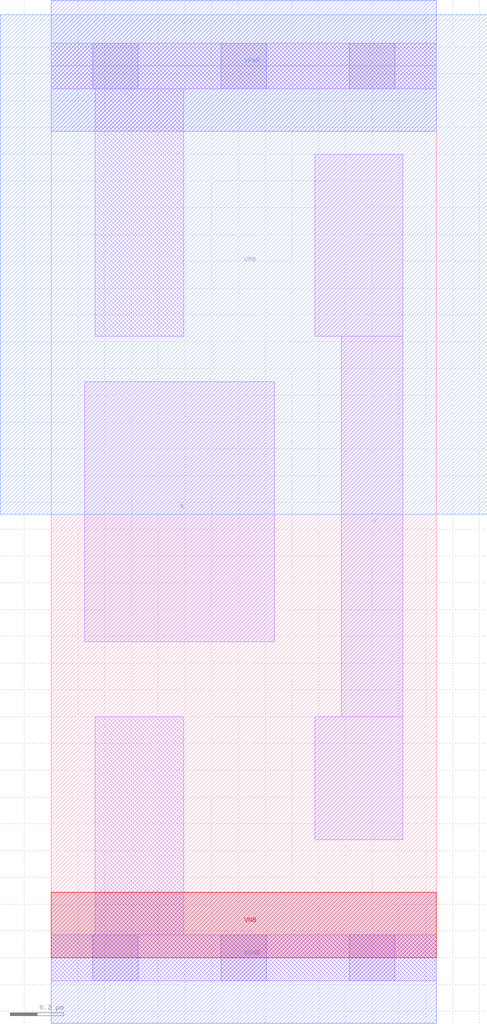
<source format=lef>
# Copyright 2020 The SkyWater PDK Authors
#
# Licensed under the Apache License, Version 2.0 (the "License");
# you may not use this file except in compliance with the License.
# You may obtain a copy of the License at
#
#     https://www.apache.org/licenses/LICENSE-2.0
#
# Unless required by applicable law or agreed to in writing, software
# distributed under the License is distributed on an "AS IS" BASIS,
# WITHOUT WARRANTIES OR CONDITIONS OF ANY KIND, either express or implied.
# See the License for the specific language governing permissions and
# limitations under the License.
#
# SPDX-License-Identifier: Apache-2.0

VERSION 5.7 ;
  NOWIREEXTENSIONATPIN ON ;
  DIVIDERCHAR "/" ;
  BUSBITCHARS "[]" ;
MACRO sky130_fd_sc_lp__invlp_0
  CLASS CORE ;
  FOREIGN sky130_fd_sc_lp__invlp_0 ;
  ORIGIN  0.000000  0.000000 ;
  SIZE  1.440000 BY  3.330000 ;
  SYMMETRY X Y R90 ;
  SITE unit ;
  PIN A
    ANTENNAGATEAREA  0.318000 ;
    DIRECTION INPUT ;
    USE SIGNAL ;
    PORT
      LAYER li1 ;
        RECT 0.125000 1.180000 0.835000 2.150000 ;
    END
  END A
  PIN Y
    ANTENNADIFFAREA  0.302100 ;
    DIRECTION OUTPUT ;
    USE SIGNAL ;
    PORT
      LAYER li1 ;
        RECT 0.985000 0.440000 1.315000 0.900000 ;
        RECT 0.985000 2.320000 1.315000 3.000000 ;
        RECT 1.085000 0.900000 1.315000 2.320000 ;
    END
  END Y
  PIN VGND
    DIRECTION INOUT ;
    USE GROUND ;
    PORT
      LAYER met1 ;
        RECT 0.000000 -0.245000 1.440000 0.245000 ;
    END
  END VGND
  PIN VNB
    DIRECTION INOUT ;
    USE GROUND ;
    PORT
      LAYER pwell ;
        RECT 0.000000 0.000000 1.440000 0.245000 ;
    END
  END VNB
  PIN VPB
    DIRECTION INOUT ;
    USE POWER ;
    PORT
      LAYER nwell ;
        RECT -0.190000 1.655000 1.630000 3.520000 ;
    END
  END VPB
  PIN VPWR
    DIRECTION INOUT ;
    USE POWER ;
    PORT
      LAYER met1 ;
        RECT 0.000000 3.085000 1.440000 3.575000 ;
    END
  END VPWR
  OBS
    LAYER li1 ;
      RECT 0.000000 -0.085000 1.440000 0.085000 ;
      RECT 0.000000  3.245000 1.440000 3.415000 ;
      RECT 0.165000  0.085000 0.495000 0.900000 ;
      RECT 0.165000  2.320000 0.495000 3.245000 ;
    LAYER mcon ;
      RECT 0.155000 -0.085000 0.325000 0.085000 ;
      RECT 0.155000  3.245000 0.325000 3.415000 ;
      RECT 0.635000 -0.085000 0.805000 0.085000 ;
      RECT 0.635000  3.245000 0.805000 3.415000 ;
      RECT 1.115000 -0.085000 1.285000 0.085000 ;
      RECT 1.115000  3.245000 1.285000 3.415000 ;
  END
END sky130_fd_sc_lp__invlp_0
END LIBRARY

</source>
